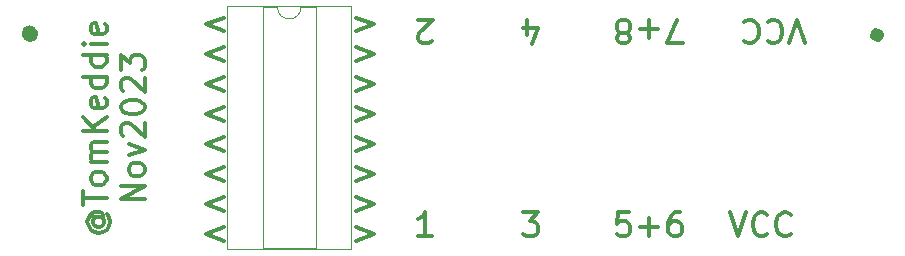
<source format=gto>
G04 #@! TF.GenerationSoftware,KiCad,Pcbnew,7.0.9-7.0.9~ubuntu22.04.1*
G04 #@! TF.CreationDate,2023-11-24T17:50:00-08:00*
G04 #@! TF.ProjectId,pmod-level-conv-2,706d6f64-2d6c-4657-9665-6c2d636f6e76,rev?*
G04 #@! TF.SameCoordinates,Original*
G04 #@! TF.FileFunction,Legend,Top*
G04 #@! TF.FilePolarity,Positive*
%FSLAX46Y46*%
G04 Gerber Fmt 4.6, Leading zero omitted, Abs format (unit mm)*
G04 Created by KiCad (PCBNEW 7.0.9-7.0.9~ubuntu22.04.1) date 2023-11-24 17:50:00*
%MOMM*%
%LPD*%
G01*
G04 APERTURE LIST*
%ADD10C,0.300000*%
%ADD11C,1.000000*%
%ADD12C,0.120000*%
G04 APERTURE END LIST*
D10*
X83173558Y-90656304D02*
X84697368Y-91227733D01*
X84697368Y-91227733D02*
X83173558Y-91799161D01*
X71947368Y-108406302D02*
X70423558Y-108977731D01*
X70423558Y-108977731D02*
X71947368Y-109549159D01*
X83173558Y-93192018D02*
X84697368Y-93763447D01*
X84697368Y-93763447D02*
X83173558Y-94334875D01*
X61097257Y-107571429D02*
X61002019Y-107666667D01*
X61002019Y-107666667D02*
X60906780Y-107857143D01*
X60906780Y-107857143D02*
X60906780Y-108047619D01*
X60906780Y-108047619D02*
X61002019Y-108238095D01*
X61002019Y-108238095D02*
X61097257Y-108333334D01*
X61097257Y-108333334D02*
X61287733Y-108428572D01*
X61287733Y-108428572D02*
X61478209Y-108428572D01*
X61478209Y-108428572D02*
X61668685Y-108333334D01*
X61668685Y-108333334D02*
X61763923Y-108238095D01*
X61763923Y-108238095D02*
X61859161Y-108047619D01*
X61859161Y-108047619D02*
X61859161Y-107857143D01*
X61859161Y-107857143D02*
X61763923Y-107666667D01*
X61763923Y-107666667D02*
X61668685Y-107571429D01*
X60906780Y-107571429D02*
X61668685Y-107571429D01*
X61668685Y-107571429D02*
X61763923Y-107476191D01*
X61763923Y-107476191D02*
X61763923Y-107380953D01*
X61763923Y-107380953D02*
X61668685Y-107190476D01*
X61668685Y-107190476D02*
X61478209Y-107095238D01*
X61478209Y-107095238D02*
X61002019Y-107095238D01*
X61002019Y-107095238D02*
X60716304Y-107285715D01*
X60716304Y-107285715D02*
X60525828Y-107571429D01*
X60525828Y-107571429D02*
X60430590Y-107952381D01*
X60430590Y-107952381D02*
X60525828Y-108333334D01*
X60525828Y-108333334D02*
X60716304Y-108619048D01*
X60716304Y-108619048D02*
X61002019Y-108809524D01*
X61002019Y-108809524D02*
X61382971Y-108904762D01*
X61382971Y-108904762D02*
X61763923Y-108809524D01*
X61763923Y-108809524D02*
X62049638Y-108619048D01*
X62049638Y-108619048D02*
X62240114Y-108333334D01*
X62240114Y-108333334D02*
X62335352Y-107952381D01*
X62335352Y-107952381D02*
X62240114Y-107571429D01*
X62240114Y-107571429D02*
X62049638Y-107285715D01*
X60049638Y-106523809D02*
X60049638Y-105380952D01*
X62049638Y-105952381D02*
X60049638Y-105952381D01*
X62049638Y-104428571D02*
X61954400Y-104619047D01*
X61954400Y-104619047D02*
X61859161Y-104714285D01*
X61859161Y-104714285D02*
X61668685Y-104809523D01*
X61668685Y-104809523D02*
X61097257Y-104809523D01*
X61097257Y-104809523D02*
X60906780Y-104714285D01*
X60906780Y-104714285D02*
X60811542Y-104619047D01*
X60811542Y-104619047D02*
X60716304Y-104428571D01*
X60716304Y-104428571D02*
X60716304Y-104142856D01*
X60716304Y-104142856D02*
X60811542Y-103952380D01*
X60811542Y-103952380D02*
X60906780Y-103857142D01*
X60906780Y-103857142D02*
X61097257Y-103761904D01*
X61097257Y-103761904D02*
X61668685Y-103761904D01*
X61668685Y-103761904D02*
X61859161Y-103857142D01*
X61859161Y-103857142D02*
X61954400Y-103952380D01*
X61954400Y-103952380D02*
X62049638Y-104142856D01*
X62049638Y-104142856D02*
X62049638Y-104428571D01*
X62049638Y-102904761D02*
X60716304Y-102904761D01*
X60906780Y-102904761D02*
X60811542Y-102809523D01*
X60811542Y-102809523D02*
X60716304Y-102619047D01*
X60716304Y-102619047D02*
X60716304Y-102333332D01*
X60716304Y-102333332D02*
X60811542Y-102142856D01*
X60811542Y-102142856D02*
X61002019Y-102047618D01*
X61002019Y-102047618D02*
X62049638Y-102047618D01*
X61002019Y-102047618D02*
X60811542Y-101952380D01*
X60811542Y-101952380D02*
X60716304Y-101761904D01*
X60716304Y-101761904D02*
X60716304Y-101476190D01*
X60716304Y-101476190D02*
X60811542Y-101285713D01*
X60811542Y-101285713D02*
X61002019Y-101190475D01*
X61002019Y-101190475D02*
X62049638Y-101190475D01*
X62049638Y-100238094D02*
X60049638Y-100238094D01*
X62049638Y-99095237D02*
X60906780Y-99952380D01*
X60049638Y-99095237D02*
X61192495Y-100238094D01*
X61954400Y-97476189D02*
X62049638Y-97666665D01*
X62049638Y-97666665D02*
X62049638Y-98047618D01*
X62049638Y-98047618D02*
X61954400Y-98238094D01*
X61954400Y-98238094D02*
X61763923Y-98333332D01*
X61763923Y-98333332D02*
X61002019Y-98333332D01*
X61002019Y-98333332D02*
X60811542Y-98238094D01*
X60811542Y-98238094D02*
X60716304Y-98047618D01*
X60716304Y-98047618D02*
X60716304Y-97666665D01*
X60716304Y-97666665D02*
X60811542Y-97476189D01*
X60811542Y-97476189D02*
X61002019Y-97380951D01*
X61002019Y-97380951D02*
X61192495Y-97380951D01*
X61192495Y-97380951D02*
X61382971Y-98333332D01*
X62049638Y-95666665D02*
X60049638Y-95666665D01*
X61954400Y-95666665D02*
X62049638Y-95857141D01*
X62049638Y-95857141D02*
X62049638Y-96238094D01*
X62049638Y-96238094D02*
X61954400Y-96428570D01*
X61954400Y-96428570D02*
X61859161Y-96523808D01*
X61859161Y-96523808D02*
X61668685Y-96619046D01*
X61668685Y-96619046D02*
X61097257Y-96619046D01*
X61097257Y-96619046D02*
X60906780Y-96523808D01*
X60906780Y-96523808D02*
X60811542Y-96428570D01*
X60811542Y-96428570D02*
X60716304Y-96238094D01*
X60716304Y-96238094D02*
X60716304Y-95857141D01*
X60716304Y-95857141D02*
X60811542Y-95666665D01*
X62049638Y-93857141D02*
X60049638Y-93857141D01*
X61954400Y-93857141D02*
X62049638Y-94047617D01*
X62049638Y-94047617D02*
X62049638Y-94428570D01*
X62049638Y-94428570D02*
X61954400Y-94619046D01*
X61954400Y-94619046D02*
X61859161Y-94714284D01*
X61859161Y-94714284D02*
X61668685Y-94809522D01*
X61668685Y-94809522D02*
X61097257Y-94809522D01*
X61097257Y-94809522D02*
X60906780Y-94714284D01*
X60906780Y-94714284D02*
X60811542Y-94619046D01*
X60811542Y-94619046D02*
X60716304Y-94428570D01*
X60716304Y-94428570D02*
X60716304Y-94047617D01*
X60716304Y-94047617D02*
X60811542Y-93857141D01*
X62049638Y-92904760D02*
X60716304Y-92904760D01*
X60049638Y-92904760D02*
X60144876Y-92999998D01*
X60144876Y-92999998D02*
X60240114Y-92904760D01*
X60240114Y-92904760D02*
X60144876Y-92809522D01*
X60144876Y-92809522D02*
X60049638Y-92904760D01*
X60049638Y-92904760D02*
X60240114Y-92904760D01*
X61954400Y-91190474D02*
X62049638Y-91380950D01*
X62049638Y-91380950D02*
X62049638Y-91761903D01*
X62049638Y-91761903D02*
X61954400Y-91952379D01*
X61954400Y-91952379D02*
X61763923Y-92047617D01*
X61763923Y-92047617D02*
X61002019Y-92047617D01*
X61002019Y-92047617D02*
X60811542Y-91952379D01*
X60811542Y-91952379D02*
X60716304Y-91761903D01*
X60716304Y-91761903D02*
X60716304Y-91380950D01*
X60716304Y-91380950D02*
X60811542Y-91190474D01*
X60811542Y-91190474D02*
X61002019Y-91095236D01*
X61002019Y-91095236D02*
X61192495Y-91095236D01*
X61192495Y-91095236D02*
X61382971Y-92047617D01*
X65269638Y-106047619D02*
X63269638Y-106047619D01*
X63269638Y-106047619D02*
X65269638Y-104904762D01*
X65269638Y-104904762D02*
X63269638Y-104904762D01*
X65269638Y-103666667D02*
X65174400Y-103857143D01*
X65174400Y-103857143D02*
X65079161Y-103952381D01*
X65079161Y-103952381D02*
X64888685Y-104047619D01*
X64888685Y-104047619D02*
X64317257Y-104047619D01*
X64317257Y-104047619D02*
X64126780Y-103952381D01*
X64126780Y-103952381D02*
X64031542Y-103857143D01*
X64031542Y-103857143D02*
X63936304Y-103666667D01*
X63936304Y-103666667D02*
X63936304Y-103380952D01*
X63936304Y-103380952D02*
X64031542Y-103190476D01*
X64031542Y-103190476D02*
X64126780Y-103095238D01*
X64126780Y-103095238D02*
X64317257Y-103000000D01*
X64317257Y-103000000D02*
X64888685Y-103000000D01*
X64888685Y-103000000D02*
X65079161Y-103095238D01*
X65079161Y-103095238D02*
X65174400Y-103190476D01*
X65174400Y-103190476D02*
X65269638Y-103380952D01*
X65269638Y-103380952D02*
X65269638Y-103666667D01*
X63936304Y-102333333D02*
X65269638Y-101857143D01*
X65269638Y-101857143D02*
X63936304Y-101380952D01*
X63460114Y-100714285D02*
X63364876Y-100619047D01*
X63364876Y-100619047D02*
X63269638Y-100428571D01*
X63269638Y-100428571D02*
X63269638Y-99952380D01*
X63269638Y-99952380D02*
X63364876Y-99761904D01*
X63364876Y-99761904D02*
X63460114Y-99666666D01*
X63460114Y-99666666D02*
X63650590Y-99571428D01*
X63650590Y-99571428D02*
X63841066Y-99571428D01*
X63841066Y-99571428D02*
X64126780Y-99666666D01*
X64126780Y-99666666D02*
X65269638Y-100809523D01*
X65269638Y-100809523D02*
X65269638Y-99571428D01*
X63269638Y-98333333D02*
X63269638Y-98142856D01*
X63269638Y-98142856D02*
X63364876Y-97952380D01*
X63364876Y-97952380D02*
X63460114Y-97857142D01*
X63460114Y-97857142D02*
X63650590Y-97761904D01*
X63650590Y-97761904D02*
X64031542Y-97666666D01*
X64031542Y-97666666D02*
X64507733Y-97666666D01*
X64507733Y-97666666D02*
X64888685Y-97761904D01*
X64888685Y-97761904D02*
X65079161Y-97857142D01*
X65079161Y-97857142D02*
X65174400Y-97952380D01*
X65174400Y-97952380D02*
X65269638Y-98142856D01*
X65269638Y-98142856D02*
X65269638Y-98333333D01*
X65269638Y-98333333D02*
X65174400Y-98523809D01*
X65174400Y-98523809D02*
X65079161Y-98619047D01*
X65079161Y-98619047D02*
X64888685Y-98714285D01*
X64888685Y-98714285D02*
X64507733Y-98809523D01*
X64507733Y-98809523D02*
X64031542Y-98809523D01*
X64031542Y-98809523D02*
X63650590Y-98714285D01*
X63650590Y-98714285D02*
X63460114Y-98619047D01*
X63460114Y-98619047D02*
X63364876Y-98523809D01*
X63364876Y-98523809D02*
X63269638Y-98333333D01*
X63460114Y-96904761D02*
X63364876Y-96809523D01*
X63364876Y-96809523D02*
X63269638Y-96619047D01*
X63269638Y-96619047D02*
X63269638Y-96142856D01*
X63269638Y-96142856D02*
X63364876Y-95952380D01*
X63364876Y-95952380D02*
X63460114Y-95857142D01*
X63460114Y-95857142D02*
X63650590Y-95761904D01*
X63650590Y-95761904D02*
X63841066Y-95761904D01*
X63841066Y-95761904D02*
X64126780Y-95857142D01*
X64126780Y-95857142D02*
X65269638Y-96999999D01*
X65269638Y-96999999D02*
X65269638Y-95761904D01*
X63269638Y-95095237D02*
X63269638Y-93857142D01*
X63269638Y-93857142D02*
X64031542Y-94523809D01*
X64031542Y-94523809D02*
X64031542Y-94238094D01*
X64031542Y-94238094D02*
X64126780Y-94047618D01*
X64126780Y-94047618D02*
X64222019Y-93952380D01*
X64222019Y-93952380D02*
X64412495Y-93857142D01*
X64412495Y-93857142D02*
X64888685Y-93857142D01*
X64888685Y-93857142D02*
X65079161Y-93952380D01*
X65079161Y-93952380D02*
X65174400Y-94047618D01*
X65174400Y-94047618D02*
X65269638Y-94238094D01*
X65269638Y-94238094D02*
X65269638Y-94809523D01*
X65269638Y-94809523D02*
X65174400Y-94999999D01*
X65174400Y-94999999D02*
X65079161Y-95095237D01*
X89571428Y-109159638D02*
X88428571Y-109159638D01*
X88999999Y-109159638D02*
X88999999Y-107159638D01*
X88999999Y-107159638D02*
X88809523Y-107445352D01*
X88809523Y-107445352D02*
X88619047Y-107635828D01*
X88619047Y-107635828D02*
X88428571Y-107731066D01*
X71947368Y-103334874D02*
X70423558Y-103906303D01*
X70423558Y-103906303D02*
X71947368Y-104477731D01*
X71947368Y-93192018D02*
X70423558Y-93763447D01*
X70423558Y-93763447D02*
X71947368Y-94334875D01*
X114833333Y-107159638D02*
X115499999Y-109159638D01*
X115499999Y-109159638D02*
X116166666Y-107159638D01*
X117976190Y-108969161D02*
X117880952Y-109064400D01*
X117880952Y-109064400D02*
X117595238Y-109159638D01*
X117595238Y-109159638D02*
X117404762Y-109159638D01*
X117404762Y-109159638D02*
X117119047Y-109064400D01*
X117119047Y-109064400D02*
X116928571Y-108873923D01*
X116928571Y-108873923D02*
X116833333Y-108683447D01*
X116833333Y-108683447D02*
X116738095Y-108302495D01*
X116738095Y-108302495D02*
X116738095Y-108016780D01*
X116738095Y-108016780D02*
X116833333Y-107635828D01*
X116833333Y-107635828D02*
X116928571Y-107445352D01*
X116928571Y-107445352D02*
X117119047Y-107254876D01*
X117119047Y-107254876D02*
X117404762Y-107159638D01*
X117404762Y-107159638D02*
X117595238Y-107159638D01*
X117595238Y-107159638D02*
X117880952Y-107254876D01*
X117880952Y-107254876D02*
X117976190Y-107350114D01*
X119976190Y-108969161D02*
X119880952Y-109064400D01*
X119880952Y-109064400D02*
X119595238Y-109159638D01*
X119595238Y-109159638D02*
X119404762Y-109159638D01*
X119404762Y-109159638D02*
X119119047Y-109064400D01*
X119119047Y-109064400D02*
X118928571Y-108873923D01*
X118928571Y-108873923D02*
X118833333Y-108683447D01*
X118833333Y-108683447D02*
X118738095Y-108302495D01*
X118738095Y-108302495D02*
X118738095Y-108016780D01*
X118738095Y-108016780D02*
X118833333Y-107635828D01*
X118833333Y-107635828D02*
X118928571Y-107445352D01*
X118928571Y-107445352D02*
X119119047Y-107254876D01*
X119119047Y-107254876D02*
X119404762Y-107159638D01*
X119404762Y-107159638D02*
X119595238Y-107159638D01*
X119595238Y-107159638D02*
X119880952Y-107254876D01*
X119880952Y-107254876D02*
X119976190Y-107350114D01*
X121166666Y-92840361D02*
X120500000Y-90840361D01*
X120500000Y-90840361D02*
X119833333Y-92840361D01*
X118023809Y-91030838D02*
X118119047Y-90935600D01*
X118119047Y-90935600D02*
X118404761Y-90840361D01*
X118404761Y-90840361D02*
X118595237Y-90840361D01*
X118595237Y-90840361D02*
X118880952Y-90935600D01*
X118880952Y-90935600D02*
X119071428Y-91126076D01*
X119071428Y-91126076D02*
X119166666Y-91316552D01*
X119166666Y-91316552D02*
X119261904Y-91697504D01*
X119261904Y-91697504D02*
X119261904Y-91983219D01*
X119261904Y-91983219D02*
X119166666Y-92364171D01*
X119166666Y-92364171D02*
X119071428Y-92554647D01*
X119071428Y-92554647D02*
X118880952Y-92745123D01*
X118880952Y-92745123D02*
X118595237Y-92840361D01*
X118595237Y-92840361D02*
X118404761Y-92840361D01*
X118404761Y-92840361D02*
X118119047Y-92745123D01*
X118119047Y-92745123D02*
X118023809Y-92649885D01*
X116023809Y-91030838D02*
X116119047Y-90935600D01*
X116119047Y-90935600D02*
X116404761Y-90840361D01*
X116404761Y-90840361D02*
X116595237Y-90840361D01*
X116595237Y-90840361D02*
X116880952Y-90935600D01*
X116880952Y-90935600D02*
X117071428Y-91126076D01*
X117071428Y-91126076D02*
X117166666Y-91316552D01*
X117166666Y-91316552D02*
X117261904Y-91697504D01*
X117261904Y-91697504D02*
X117261904Y-91983219D01*
X117261904Y-91983219D02*
X117166666Y-92364171D01*
X117166666Y-92364171D02*
X117071428Y-92554647D01*
X117071428Y-92554647D02*
X116880952Y-92745123D01*
X116880952Y-92745123D02*
X116595237Y-92840361D01*
X116595237Y-92840361D02*
X116404761Y-92840361D01*
X116404761Y-92840361D02*
X116119047Y-92745123D01*
X116119047Y-92745123D02*
X116023809Y-92649885D01*
X97333333Y-107159638D02*
X98571428Y-107159638D01*
X98571428Y-107159638D02*
X97904761Y-107921542D01*
X97904761Y-107921542D02*
X98190476Y-107921542D01*
X98190476Y-107921542D02*
X98380952Y-108016780D01*
X98380952Y-108016780D02*
X98476190Y-108112019D01*
X98476190Y-108112019D02*
X98571428Y-108302495D01*
X98571428Y-108302495D02*
X98571428Y-108778685D01*
X98571428Y-108778685D02*
X98476190Y-108969161D01*
X98476190Y-108969161D02*
X98380952Y-109064400D01*
X98380952Y-109064400D02*
X98190476Y-109159638D01*
X98190476Y-109159638D02*
X97619047Y-109159638D01*
X97619047Y-109159638D02*
X97428571Y-109064400D01*
X97428571Y-109064400D02*
X97333333Y-108969161D01*
X97619047Y-92173695D02*
X97619047Y-90840361D01*
X98095238Y-92935600D02*
X98571428Y-91507028D01*
X98571428Y-91507028D02*
X97333333Y-91507028D01*
X83173558Y-105870588D02*
X84697368Y-106442017D01*
X84697368Y-106442017D02*
X83173558Y-107013445D01*
X110857142Y-92840361D02*
X109523809Y-92840361D01*
X109523809Y-92840361D02*
X110380952Y-90840361D01*
X108761904Y-91602266D02*
X107238095Y-91602266D01*
X107999999Y-90840361D02*
X107999999Y-92364171D01*
X106000000Y-91983219D02*
X106190476Y-92078457D01*
X106190476Y-92078457D02*
X106285714Y-92173695D01*
X106285714Y-92173695D02*
X106380952Y-92364171D01*
X106380952Y-92364171D02*
X106380952Y-92459409D01*
X106380952Y-92459409D02*
X106285714Y-92649885D01*
X106285714Y-92649885D02*
X106190476Y-92745123D01*
X106190476Y-92745123D02*
X106000000Y-92840361D01*
X106000000Y-92840361D02*
X105619047Y-92840361D01*
X105619047Y-92840361D02*
X105428571Y-92745123D01*
X105428571Y-92745123D02*
X105333333Y-92649885D01*
X105333333Y-92649885D02*
X105238095Y-92459409D01*
X105238095Y-92459409D02*
X105238095Y-92364171D01*
X105238095Y-92364171D02*
X105333333Y-92173695D01*
X105333333Y-92173695D02*
X105428571Y-92078457D01*
X105428571Y-92078457D02*
X105619047Y-91983219D01*
X105619047Y-91983219D02*
X106000000Y-91983219D01*
X106000000Y-91983219D02*
X106190476Y-91887980D01*
X106190476Y-91887980D02*
X106285714Y-91792742D01*
X106285714Y-91792742D02*
X106380952Y-91602266D01*
X106380952Y-91602266D02*
X106380952Y-91221314D01*
X106380952Y-91221314D02*
X106285714Y-91030838D01*
X106285714Y-91030838D02*
X106190476Y-90935600D01*
X106190476Y-90935600D02*
X106000000Y-90840361D01*
X106000000Y-90840361D02*
X105619047Y-90840361D01*
X105619047Y-90840361D02*
X105428571Y-90935600D01*
X105428571Y-90935600D02*
X105333333Y-91030838D01*
X105333333Y-91030838D02*
X105238095Y-91221314D01*
X105238095Y-91221314D02*
X105238095Y-91602266D01*
X105238095Y-91602266D02*
X105333333Y-91792742D01*
X105333333Y-91792742D02*
X105428571Y-91887980D01*
X105428571Y-91887980D02*
X105619047Y-91983219D01*
X71947368Y-90656304D02*
X70423558Y-91227733D01*
X70423558Y-91227733D02*
X71947368Y-91799161D01*
X83173558Y-108406302D02*
X84697368Y-108977731D01*
X84697368Y-108977731D02*
X83173558Y-109549159D01*
X106285714Y-107159638D02*
X105333333Y-107159638D01*
X105333333Y-107159638D02*
X105238095Y-108112019D01*
X105238095Y-108112019D02*
X105333333Y-108016780D01*
X105333333Y-108016780D02*
X105523809Y-107921542D01*
X105523809Y-107921542D02*
X106000000Y-107921542D01*
X106000000Y-107921542D02*
X106190476Y-108016780D01*
X106190476Y-108016780D02*
X106285714Y-108112019D01*
X106285714Y-108112019D02*
X106380952Y-108302495D01*
X106380952Y-108302495D02*
X106380952Y-108778685D01*
X106380952Y-108778685D02*
X106285714Y-108969161D01*
X106285714Y-108969161D02*
X106190476Y-109064400D01*
X106190476Y-109064400D02*
X106000000Y-109159638D01*
X106000000Y-109159638D02*
X105523809Y-109159638D01*
X105523809Y-109159638D02*
X105333333Y-109064400D01*
X105333333Y-109064400D02*
X105238095Y-108969161D01*
X107238095Y-108397733D02*
X108761905Y-108397733D01*
X108000000Y-109159638D02*
X108000000Y-107635828D01*
X110571428Y-107159638D02*
X110190475Y-107159638D01*
X110190475Y-107159638D02*
X109999999Y-107254876D01*
X109999999Y-107254876D02*
X109904761Y-107350114D01*
X109904761Y-107350114D02*
X109714285Y-107635828D01*
X109714285Y-107635828D02*
X109619047Y-108016780D01*
X109619047Y-108016780D02*
X109619047Y-108778685D01*
X109619047Y-108778685D02*
X109714285Y-108969161D01*
X109714285Y-108969161D02*
X109809523Y-109064400D01*
X109809523Y-109064400D02*
X109999999Y-109159638D01*
X109999999Y-109159638D02*
X110380952Y-109159638D01*
X110380952Y-109159638D02*
X110571428Y-109064400D01*
X110571428Y-109064400D02*
X110666666Y-108969161D01*
X110666666Y-108969161D02*
X110761904Y-108778685D01*
X110761904Y-108778685D02*
X110761904Y-108302495D01*
X110761904Y-108302495D02*
X110666666Y-108112019D01*
X110666666Y-108112019D02*
X110571428Y-108016780D01*
X110571428Y-108016780D02*
X110380952Y-107921542D01*
X110380952Y-107921542D02*
X109999999Y-107921542D01*
X109999999Y-107921542D02*
X109809523Y-108016780D01*
X109809523Y-108016780D02*
X109714285Y-108112019D01*
X109714285Y-108112019D02*
X109619047Y-108302495D01*
X71947368Y-98263446D02*
X70423558Y-98834875D01*
X70423558Y-98834875D02*
X71947368Y-99406303D01*
X83173558Y-95727732D02*
X84697368Y-96299161D01*
X84697368Y-96299161D02*
X83173558Y-96870589D01*
X71947368Y-100799160D02*
X70423558Y-101370589D01*
X70423558Y-101370589D02*
X71947368Y-101942017D01*
X83173558Y-100799160D02*
X84697368Y-101370589D01*
X84697368Y-101370589D02*
X83173558Y-101942017D01*
X83173558Y-98263446D02*
X84697368Y-98834875D01*
X84697368Y-98834875D02*
X83173558Y-99406303D01*
X89571428Y-92649885D02*
X89476190Y-92745123D01*
X89476190Y-92745123D02*
X89285714Y-92840361D01*
X89285714Y-92840361D02*
X88809523Y-92840361D01*
X88809523Y-92840361D02*
X88619047Y-92745123D01*
X88619047Y-92745123D02*
X88523809Y-92649885D01*
X88523809Y-92649885D02*
X88428571Y-92459409D01*
X88428571Y-92459409D02*
X88428571Y-92268933D01*
X88428571Y-92268933D02*
X88523809Y-91983219D01*
X88523809Y-91983219D02*
X89666666Y-90840361D01*
X89666666Y-90840361D02*
X88428571Y-90840361D01*
X83173558Y-103334874D02*
X84697368Y-103906303D01*
X84697368Y-103906303D02*
X83173558Y-104477731D01*
X71947368Y-95727732D02*
X70423558Y-96299161D01*
X70423558Y-96299161D02*
X71947368Y-96870589D01*
X71947368Y-105870588D02*
X70423558Y-106442017D01*
X70423558Y-106442017D02*
X71947368Y-107013445D01*
D11*
G04 #@! TO.C,J2*
X127360000Y-92140000D02*
G75*
G03*
X127360000Y-92140000I-100000J0D01*
G01*
G04 #@! TO.C,J1*
X55750000Y-92030000D02*
G75*
G03*
X55750000Y-92030000I-200000J0D01*
G01*
D12*
G04 #@! TO.C,SW1*
X72260000Y-89710000D02*
X72260000Y-110270000D01*
X72260000Y-110270000D02*
X82760000Y-110270000D01*
X75260000Y-89770000D02*
X75260000Y-110210000D01*
X75260000Y-110210000D02*
X79760000Y-110210000D01*
X76510000Y-89770000D02*
X75260000Y-89770000D01*
X79760000Y-89770000D02*
X78510000Y-89770000D01*
X79760000Y-110210000D02*
X79760000Y-89770000D01*
X82760000Y-89710000D02*
X72260000Y-89710000D01*
X82760000Y-110270000D02*
X82760000Y-89710000D01*
X76510000Y-89770000D02*
G75*
G03*
X78510000Y-89770000I1000000J0D01*
G01*
G04 #@! TD*
M02*

</source>
